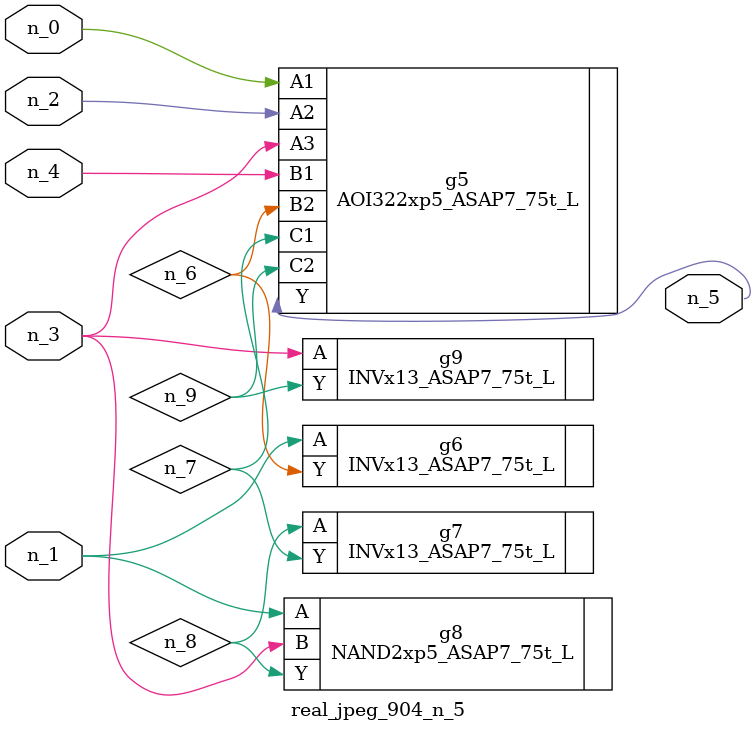
<source format=v>
module real_jpeg_904_n_5 (n_4, n_0, n_1, n_2, n_3, n_5);

input n_4;
input n_0;
input n_1;
input n_2;
input n_3;

output n_5;

wire n_8;
wire n_6;
wire n_7;
wire n_9;

AOI322xp5_ASAP7_75t_L g5 ( 
.A1(n_0),
.A2(n_2),
.A3(n_3),
.B1(n_4),
.B2(n_6),
.C1(n_7),
.C2(n_9),
.Y(n_5)
);

INVx13_ASAP7_75t_L g6 ( 
.A(n_1),
.Y(n_6)
);

NAND2xp5_ASAP7_75t_L g8 ( 
.A(n_1),
.B(n_3),
.Y(n_8)
);

INVx13_ASAP7_75t_L g9 ( 
.A(n_3),
.Y(n_9)
);

INVx13_ASAP7_75t_L g7 ( 
.A(n_8),
.Y(n_7)
);


endmodule
</source>
